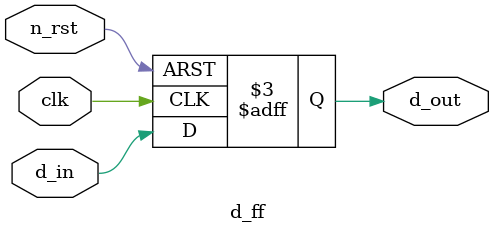
<source format=v>
module d_ff (
    input       clk,
    input       n_rst,
    input       d_in,
    output  reg d_out
);

always @(posedge clk or negedge n_rst) begin 
    if(!n_rst) begin 
        d_out <= 1'b0;
    end

    else begin 
        d_out <= d_in;
    end
end

endmodule

</source>
